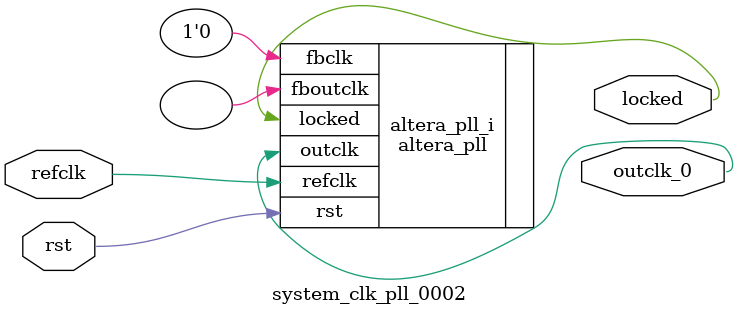
<source format=v>
`timescale 1ns/10ps
module  system_clk_pll_0002(

	// interface 'refclk'
	input wire refclk,

	// interface 'reset'
	input wire rst,

	// interface 'outclk0'
	output wire outclk_0,

	// interface 'locked'
	output wire locked
);

	altera_pll #(
		.fractional_vco_multiplier("false"),
		.reference_clock_frequency("50.0 MHz"),
		.operation_mode("direct"),
		.number_of_clocks(1),
		.output_clock_frequency0("100.000000 MHz"),
		.phase_shift0("0 ps"),
		.duty_cycle0(50),
		.output_clock_frequency1("0 MHz"),
		.phase_shift1("0 ps"),
		.duty_cycle1(50),
		.output_clock_frequency2("0 MHz"),
		.phase_shift2("0 ps"),
		.duty_cycle2(50),
		.output_clock_frequency3("0 MHz"),
		.phase_shift3("0 ps"),
		.duty_cycle3(50),
		.output_clock_frequency4("0 MHz"),
		.phase_shift4("0 ps"),
		.duty_cycle4(50),
		.output_clock_frequency5("0 MHz"),
		.phase_shift5("0 ps"),
		.duty_cycle5(50),
		.output_clock_frequency6("0 MHz"),
		.phase_shift6("0 ps"),
		.duty_cycle6(50),
		.output_clock_frequency7("0 MHz"),
		.phase_shift7("0 ps"),
		.duty_cycle7(50),
		.output_clock_frequency8("0 MHz"),
		.phase_shift8("0 ps"),
		.duty_cycle8(50),
		.output_clock_frequency9("0 MHz"),
		.phase_shift9("0 ps"),
		.duty_cycle9(50),
		.output_clock_frequency10("0 MHz"),
		.phase_shift10("0 ps"),
		.duty_cycle10(50),
		.output_clock_frequency11("0 MHz"),
		.phase_shift11("0 ps"),
		.duty_cycle11(50),
		.output_clock_frequency12("0 MHz"),
		.phase_shift12("0 ps"),
		.duty_cycle12(50),
		.output_clock_frequency13("0 MHz"),
		.phase_shift13("0 ps"),
		.duty_cycle13(50),
		.output_clock_frequency14("0 MHz"),
		.phase_shift14("0 ps"),
		.duty_cycle14(50),
		.output_clock_frequency15("0 MHz"),
		.phase_shift15("0 ps"),
		.duty_cycle15(50),
		.output_clock_frequency16("0 MHz"),
		.phase_shift16("0 ps"),
		.duty_cycle16(50),
		.output_clock_frequency17("0 MHz"),
		.phase_shift17("0 ps"),
		.duty_cycle17(50),
		.pll_type("General"),
		.pll_subtype("General")
	) altera_pll_i (
		.rst	(rst),
		.outclk	({outclk_0}),
		.locked	(locked),
		.fboutclk	( ),
		.fbclk	(1'b0),
		.refclk	(refclk)
	);
endmodule


</source>
